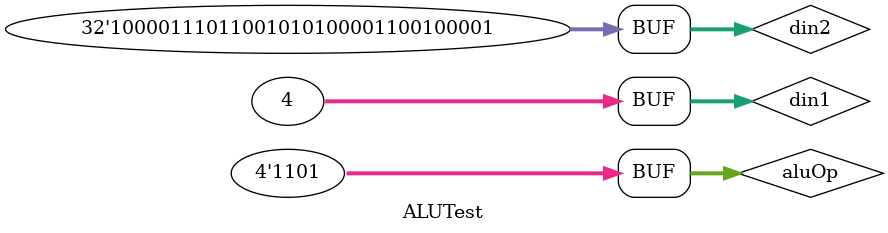
<source format=v>
`timescale 1ns/1ps

module ALUTest;
    reg    [ 3:0] aluOp;
    reg    [31:0] din1;
    reg    [31:0] din2;
    wire   [31:0] dout;
    wire          exception;

    ALU U1
    (
        .aluOp(aluOp),
        .din1(din1),
        .din2(din2),
        .dout(dout),
        .exception(exception)
    );

    initial
    begin
        aluOp = 4'b0000; // add/addi
        din1 = 5;
        din2 = 3;
        // expect 32'h0000_0008

        #100
        aluOp = 4'b0000; // add/addi
        din1 = 32'h7FFF_FFFF;
        din2 = 32'h7FFF_FFFF;
        // expect exception

        #100
        aluOp = 4'b0001; // addu/addiu
        din1 = 32'h7FFF_FFFF;
        din2 = 32'h7FFF_FFFF;
        // expect 32'hFFFF_FFFE;

        #100
        aluOp = 4'b0010; // sub
        din1 = 5;
        din2 = 3;
        // expect 32'h0000_0002

        #100
        aluOp = 4'b0010; // sub
        din1 = 32'h7FFF_FFFF;
        din2 = 32'h8000_0000;
        // expect exception;

        #100
        aluOp = 4'b0011; // subu
        din1 = 32'h7FFF_FFFF;
        din2 = 32'h8000_0000;
        // expect 32'hFFFF_FFFF;

        #100
        aluOp = 4'b0100; // slt/slti
        din1 = 32'h7FFF_FFFF;
        din2 = 32'h8000_0000;
        // expect 32'h0000_0000;

        #100
        aluOp = 4'b0100; // slt/slti
        din1 = 32'h8000_0000;
        din2 = 32'h7FFF_FFFF;
        // expect 32'h0000_0001;

        #100
        aluOp = 4'b0101; // sltu/sltiu
        din1 = 32'hFFFF_FFFF;
        din2 = 32'h0000_0000;
        // expect 32'h0000_0000;

        #100
        aluOp = 4'b0101; // sltu/sltiu
        din1 = 32'h0000_0000;
        din2 = 32'hFFFF_FFFF;
        // expect 32'h0000_0001;

        #100
        aluOp = 4'b0110; // and/andi
        din1 = 5;
        din2 = 3;
        // expect 32'h0000_0001;

        #100
        aluOp = 4'b0111; // lui
        din2 = 32'h0000_ABCD;
        // expect 32'hABCD_0000;
        
        #100
        aluOp = 4'b1000; // nor
        din1 = 5;
        din2 = 3;
        // expect 32'hFFFF_FFF8;

        #100
        aluOp = 4'b1001; // or/ori
        din1 = 5;
        din2 = 3;
        // expect 32'h0000_0007;

        #100
        aluOp = 4'b1010; // xor/xori
        din1 = 5;
        din2 = 3;
        // expect 32'h0000_0006;

        #100
        aluOp = 4'b1011; // sllv/sll
        din1 = 4;
        din2 = 32'h1234_5678;
        // expect 32'h2345_6780;

        #100
        aluOp = 4'b1100; // srav/sra
        din1 = 4;
        din2 = 32'h1234_5678;
        // expect 32'h0123_4567;

        #100
        aluOp = 4'b1100; // srav/sra
        din1 = 4;
        din2 = 32'h8765_4321;
        // expect 32'hF876_5432;

        #100
        aluOp = 4'b1101; // srlv/srl
        din1 = 4;
        din2 = 32'h8765_4321;
        // expect 32'h0876_5432;
    end
    
endmodule
</source>
